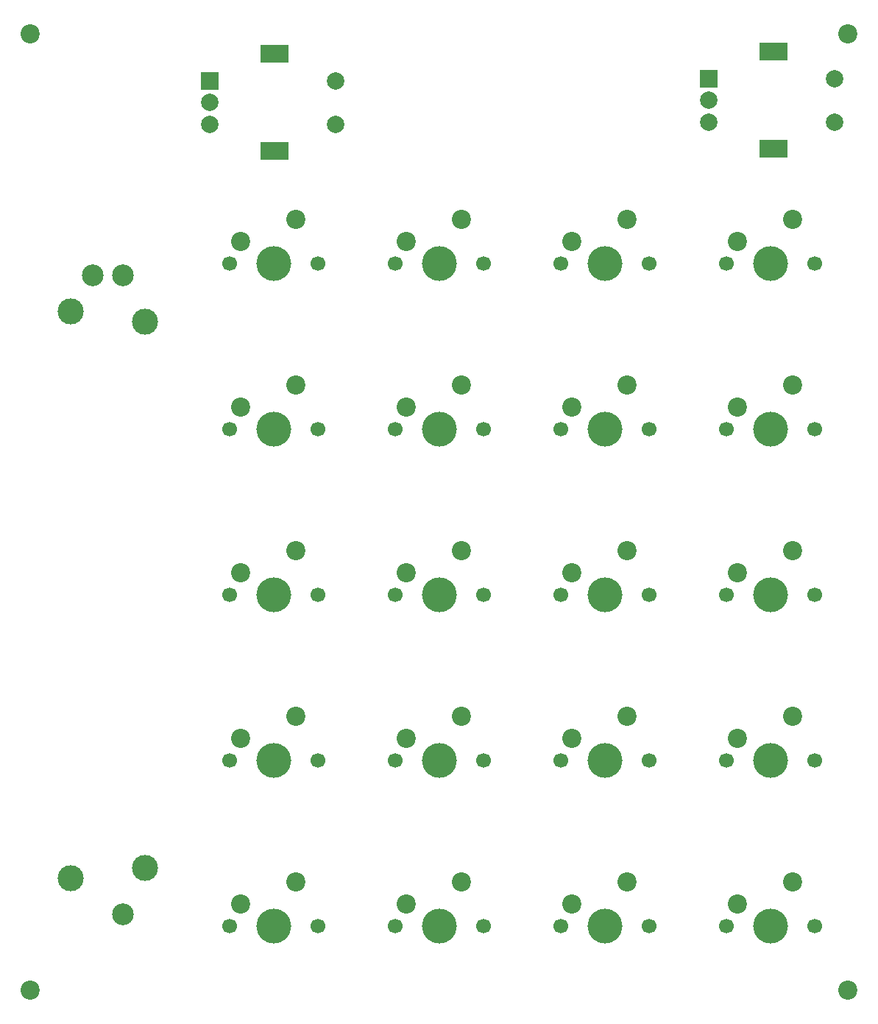
<source format=gbr>
%TF.GenerationSoftware,KiCad,Pcbnew,8.0.0*%
%TF.CreationDate,2024-11-26T10:36:05-05:00*%
%TF.ProjectId,macropad,6d616372-6f70-4616-942e-6b696361645f,v1.0*%
%TF.SameCoordinates,Original*%
%TF.FileFunction,Soldermask,Top*%
%TF.FilePolarity,Negative*%
%FSLAX46Y46*%
G04 Gerber Fmt 4.6, Leading zero omitted, Abs format (unit mm)*
G04 Created by KiCad (PCBNEW 8.0.0) date 2024-11-26 10:36:05*
%MOMM*%
%LPD*%
G01*
G04 APERTURE LIST*
%ADD10C,1.700000*%
%ADD11C,4.000000*%
%ADD12C,2.200000*%
%ADD13R,2.000000X2.000000*%
%ADD14C,2.000000*%
%ADD15R,3.200000X2.000000*%
%ADD16C,3.000000*%
%ADD17C,2.500000*%
G04 APERTURE END LIST*
D10*
%TO.C,SW13*%
X81810000Y-120257402D03*
D11*
X86890000Y-120257402D03*
D10*
X91970000Y-120257402D03*
D12*
X89430000Y-115177402D03*
X83080000Y-117717402D03*
%TD*%
D13*
%TO.C,SW21*%
X79524000Y-42105402D03*
D14*
X79524000Y-47105402D03*
X79524000Y-44605402D03*
D15*
X87024000Y-39005402D03*
X87024000Y-50205402D03*
D14*
X94024000Y-47105402D03*
X94024000Y-42105402D03*
%TD*%
D10*
%TO.C,SW12*%
X138960000Y-101207402D03*
D11*
X144040000Y-101207402D03*
D10*
X149120000Y-101207402D03*
D12*
X146580000Y-96127402D03*
X140230000Y-98667402D03*
%TD*%
D10*
%TO.C,SW4*%
X138960000Y-63107402D03*
D11*
X144040000Y-63107402D03*
D10*
X149120000Y-63107402D03*
D12*
X146580000Y-58027402D03*
X140230000Y-60567402D03*
%TD*%
D10*
%TO.C,SW15*%
X119910000Y-120257402D03*
D11*
X124990000Y-120257402D03*
D10*
X130070000Y-120257402D03*
D12*
X127530000Y-115177402D03*
X121180000Y-117717402D03*
%TD*%
%TO.C,H2*%
X152940000Y-36682402D03*
%TD*%
D10*
%TO.C,SW18*%
X100860000Y-139307402D03*
D11*
X105940000Y-139307402D03*
D10*
X111020000Y-139307402D03*
D12*
X108480000Y-134227402D03*
X102130000Y-136767402D03*
%TD*%
D10*
%TO.C,SW14*%
X100860000Y-120257402D03*
D11*
X105940000Y-120257402D03*
D10*
X111020000Y-120257402D03*
D12*
X108480000Y-115177402D03*
X102130000Y-117717402D03*
%TD*%
D10*
%TO.C,SW2*%
X100860000Y-63107402D03*
D11*
X105940000Y-63107402D03*
D10*
X111020000Y-63107402D03*
D12*
X108480000Y-58027402D03*
X102130000Y-60567402D03*
%TD*%
D13*
%TO.C,SW22*%
X136928000Y-41851402D03*
D14*
X136928000Y-46851402D03*
X136928000Y-44351402D03*
D15*
X144428000Y-38751402D03*
X144428000Y-49951402D03*
D14*
X151428000Y-46851402D03*
X151428000Y-41851402D03*
%TD*%
D10*
%TO.C,SW6*%
X100860000Y-82157402D03*
D11*
X105940000Y-82157402D03*
D10*
X111020000Y-82157402D03*
D12*
X108480000Y-77077402D03*
X102130000Y-79617402D03*
%TD*%
D10*
%TO.C,SW7*%
X119910000Y-82157402D03*
D11*
X124990000Y-82157402D03*
D10*
X130070000Y-82157402D03*
D12*
X127530000Y-77077402D03*
X121180000Y-79617402D03*
%TD*%
D10*
%TO.C,SW11*%
X119910000Y-101207402D03*
D11*
X124990000Y-101207402D03*
D10*
X130070000Y-101207402D03*
D12*
X127530000Y-96127402D03*
X121180000Y-98667402D03*
%TD*%
%TO.C,H1*%
X58940000Y-36682400D03*
%TD*%
D10*
%TO.C,SW3*%
X119910000Y-63107402D03*
D11*
X124990000Y-63107402D03*
D10*
X130070000Y-63107402D03*
D12*
X127530000Y-58027402D03*
X121180000Y-60567402D03*
%TD*%
D10*
%TO.C,SW5*%
X81810000Y-82157402D03*
D11*
X86890000Y-82157402D03*
D10*
X91970000Y-82157402D03*
D12*
X89430000Y-77077402D03*
X83080000Y-79617402D03*
%TD*%
D10*
%TO.C,SW16*%
X138960000Y-120257402D03*
D11*
X144040000Y-120257402D03*
D10*
X149120000Y-120257402D03*
D12*
X146580000Y-115177402D03*
X140230000Y-117717402D03*
%TD*%
D10*
%TO.C,SW17*%
X81810000Y-139307402D03*
D11*
X86890000Y-139307402D03*
D10*
X91970000Y-139307402D03*
D12*
X89430000Y-134227402D03*
X83080000Y-136767402D03*
%TD*%
D16*
%TO.C,RV1*%
X63590000Y-68607402D03*
X72090000Y-69807402D03*
X72090000Y-132607402D03*
X63590000Y-133807402D03*
D17*
X69590000Y-64457402D03*
X66090000Y-64457402D03*
X69590000Y-137957402D03*
%TD*%
D12*
%TO.C,H3*%
X58940000Y-146682400D03*
%TD*%
D10*
%TO.C,SW1*%
X81810000Y-63107402D03*
D11*
X86890000Y-63107402D03*
D10*
X91970000Y-63107402D03*
D12*
X89430000Y-58027402D03*
X83080000Y-60567402D03*
%TD*%
D10*
%TO.C,SW10*%
X100860000Y-101207402D03*
D11*
X105940000Y-101207402D03*
D10*
X111020000Y-101207402D03*
D12*
X108480000Y-96127402D03*
X102130000Y-98667402D03*
%TD*%
D10*
%TO.C,SW8*%
X138960000Y-82157402D03*
D11*
X144040000Y-82157402D03*
D10*
X149120000Y-82157402D03*
D12*
X146580000Y-77077402D03*
X140230000Y-79617402D03*
%TD*%
D10*
%TO.C,SW20*%
X138960000Y-139307402D03*
D11*
X144040000Y-139307402D03*
D10*
X149120000Y-139307402D03*
D12*
X146580000Y-134227402D03*
X140230000Y-136767402D03*
%TD*%
%TO.C,H4*%
X152940000Y-146682400D03*
%TD*%
D10*
%TO.C,SW19*%
X119910000Y-139307402D03*
D11*
X124990000Y-139307402D03*
D10*
X130070000Y-139307402D03*
D12*
X127530000Y-134227402D03*
X121180000Y-136767402D03*
%TD*%
D10*
%TO.C,SW9*%
X81810000Y-101207402D03*
D11*
X86890000Y-101207402D03*
D10*
X91970000Y-101207402D03*
D12*
X89430000Y-96127402D03*
X83080000Y-98667402D03*
%TD*%
M02*

</source>
